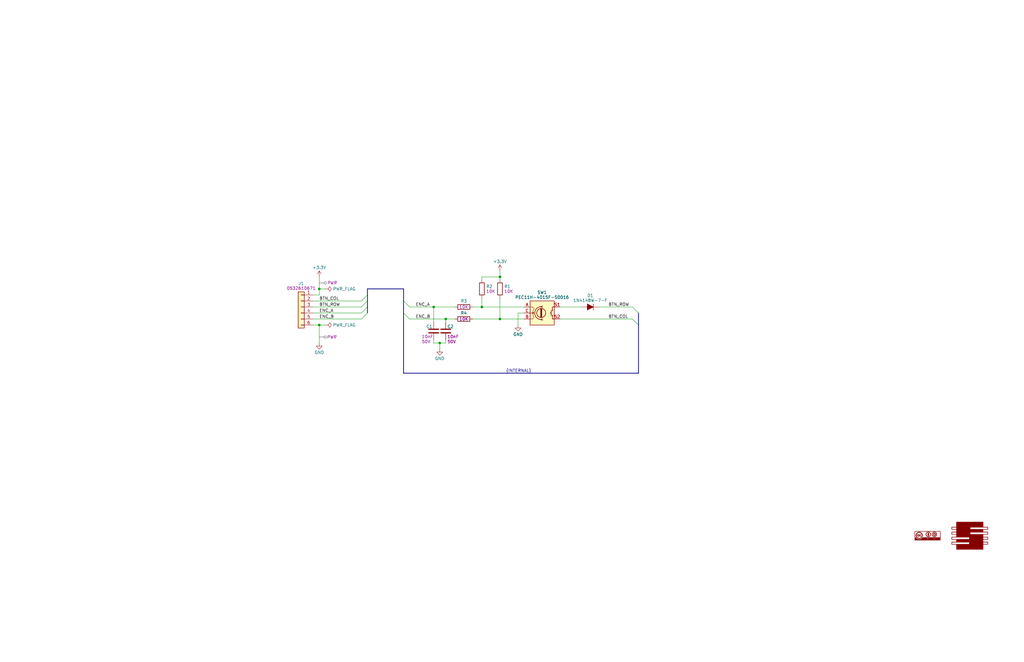
<source format=kicad_sch>
(kicad_sch (version 20230121) (generator eeschema)
  (paper "USLedger")
  (title_block (title "DIY GT Wheel Encoder Board") (date "2023-06-30") (rev "1.0a") (company "Electronya") (comment 1 "ENYA-SIMR-GTWL-PCEN"))
  (lib_symbols
    (symbol "ENYA_Bitmap:CC-BY-SA_Logo" (pin_names (offset 1.016)) (in_bom no)
      (symbol "CC-BY-SA_Logo_0_0"
        (polyline (pts (xy 0.0762 -1.2446) (xy 0.0762 -1.2192) (xy 0.0254 -1.1684) (xy -0.1524 -1.1684) (xy -0.1524 -1.2954) (xy 0.0254 -1.2954) (xy 0.0762 -1.2446)) (stroke (width 0.0254)) (fill (type outline)))
        (polyline (pts (xy 0.0762 -1.524) (xy 0.0762 -1.4986) (xy 0.1016 -1.4732) (xy 0.0508 -1.4224) (xy 0.0508 -1.397) (xy -0.1524 -1.397) (xy -0.1524 -1.5494) (xy 0.0508 -1.5494) (xy 0.0762 -1.524)) (stroke (width 0.0254)) (fill (type outline)))
        (polyline (pts (xy 3.0734 -1.4224) (xy 3.0988 -1.4224) (xy 3.0988 -1.3716) (xy 3.0734 -1.3462) (xy 3.0734 -1.3208) (xy 3.048 -1.2192) (xy 2.9972 -1.3208) (xy 2.9972 -1.3716) (xy 2.9718 -1.397) (xy 2.9718 -1.4224) (xy 2.9972 -1.4224) (xy 3.048 -1.4478) (xy 3.0734 -1.4224)) (stroke (width 0.0254)) (fill (type outline)))
        (polyline (pts (xy 0.4064 0.9906) (xy 0.4318 1.0414) (xy 0.4572 1.0668) (xy 0.4572 1.1176) (xy 0.4318 1.143) (xy 0.4064 1.1938) (xy 0.381 1.2192) (xy 0.3302 1.2446) (xy 0.254 1.2446) (xy 0.2032 1.1938) (xy 0.1778 1.143) (xy 0.1524 1.1176) (xy 0.1524 1.0668) (xy 0.1778 1.016) (xy 0.254 0.9398) (xy 0.3556 0.9398) (xy 0.4064 0.9906)) (stroke (width 0.0254)) (fill (type outline)))
        (polyline (pts (xy 0.4318 0.381) (xy 0.5334 0.381) (xy 0.5334 0.4064) (xy 0.5588 0.4064) (xy 0.5588 0.5842) (xy 0.5842 0.6604) (xy 0.5842 0.8636) (xy 0.5588 0.8636) (xy 0.5334 0.889) (xy 0.0254 0.889) (xy 0.0254 0.8636) (xy 0 0.8636) (xy 0 0.4064) (xy 0.0508 0.381) (xy 0.127 0.381) (xy 0.127 -0.127) (xy 0.4318 -0.127) (xy 0.4318 0.381)) (stroke (width 0.0254)) (fill (type outline)))
        (polyline (pts (xy -3.7084 -0.2794) (xy -3.556 -0.127) (xy -3.556 -0.1016) (xy -3.5814 -0.0762) (xy -3.6068 -0.0762) (xy -3.6322 -0.0508) (xy -3.683 -0.0254) (xy -3.7084 -0.0254) (xy -3.7338 0) (xy -3.7338 -0.0254) (xy -3.7592 -0.0508) (xy -3.7846 -0.1016) (xy -3.81 -0.1016) (xy -3.8608 -0.127) (xy -3.9624 -0.127) (xy -4.0132 -0.0762) (xy -4.0386 -0.0254) (xy -4.064 0) (xy -4.064 0.3048) (xy -4.0386 0.3048) (xy -4.0132 0.3302) (xy -4.0132 0.3556) (xy -3.9878 0.3556) (xy -3.9624 0.381) (xy -3.81 0.381) (xy -3.81 0.3556) (xy -3.7846 0.3556) (xy -3.7592 0.3302) (xy -3.7592 0.3048) (xy -3.7338 0.2794) (xy -3.6576 0.3048) (xy -3.6322 0.3302) (xy -3.6068 0.3302) (xy -3.5814 0.3556) (xy -3.556 0.3556) (xy -3.5814 0.381) (xy -3.5814 0.4064) (xy -3.6576 0.4826) (xy -3.7338 0.5334) (xy -3.81 0.5588) (xy -3.9624 0.5588) (xy -4.1148 0.508) (xy -4.1402 0.508) (xy -4.2672 0.381) (xy -4.2926 0.3302) (xy -4.3434 0.1778) (xy -4.3434 0.0762) (xy -4.2672 -0.1524) (xy -4.1656 -0.254) (xy -4.0894 -0.3048) (xy -4.0132 -0.3048) (xy -3.937 -0.3302) (xy -3.8608 -0.3302) (xy -3.7084 -0.2794)) (stroke (width 0.0254)) (fill (type outline)))
        (polyline (pts (xy -2.8956 -0.2794) (xy -2.7432 -0.127) (xy -2.7432 -0.1016) (xy -2.7686 -0.0762) (xy -2.794 -0.0762) (xy -2.8194 -0.0508) (xy -2.8702 -0.0254) (xy -2.8956 -0.0254) (xy -2.921 0) (xy -2.921 -0.0254) (xy -2.9464 -0.0508) (xy -2.9718 -0.1016) (xy -2.9972 -0.1016) (xy -3.048 -0.127) (xy -3.1496 -0.127) (xy -3.2004 -0.0762) (xy -3.2258 -0.0254) (xy -3.2512 0) (xy -3.2512 0.3048) (xy -3.2258 0.3048) (xy -3.2004 0.3302) (xy -3.2004 0.3556) (xy -3.175 0.3556) (xy -3.1496 0.381) (xy -2.9972 0.381) (xy -2.9972 0.3556) (xy -2.9718 0.3556) (xy -2.9464 0.3302) (xy -2.9464 0.3048) (xy -2.921 0.2794) (xy -2.8448 0.3302) (xy -2.7432 0.3556) (xy -2.8194 0.4318) (xy -2.8448 0.4826) (xy -2.8956 0.508) (xy -2.921 0.508) (xy -2.9718 0.5334) (xy -3.0734 0.5588) (xy -3.2258 0.5588) (xy -3.302 0.508) (xy -3.3528 0.508) (xy -3.4036 0.4572) (xy -3.4544 0.381) (xy -3.4798 0.3302) (xy -3.5052 0.254) (xy -3.5306 0.1524) (xy -3.5306 0.0762) (xy -3.4544 -0.1524) (xy -3.3528 -0.254) (xy -3.2766 -0.3048) (xy -3.2004 -0.3048) (xy -3.1242 -0.3302) (xy -3.048 -0.3302) (xy -2.8956 -0.2794)) (stroke (width 0.0254)) (fill (type outline)))
        (polyline (pts (xy 3.1242 0.0508) (xy 3.175 0.1016) (xy 3.2512 0.1524) (xy 3.3528 0.3048) (xy 3.3782 0.4064) (xy 3.3782 0.6858) (xy 3.3528 0.762) (xy 3.3274 0.8128) (xy 3.302 0.889) (xy 3.175 1.016) (xy 3.0988 1.0668) (xy 2.9972 1.0922) (xy 2.9464 1.1176) (xy 2.7686 1.1176) (xy 2.7178 1.0922) (xy 2.667 1.0922) (xy 2.5908 1.0414) (xy 2.4892 0.9398) (xy 2.4384 0.8636) (xy 2.413 0.762) (xy 2.3876 0.7112) (xy 2.3114 0.7112) (xy 2.5146 0.508) (xy 2.7178 0.7112) (xy 2.6416 0.7112) (xy 2.6416 0.7366) (xy 2.667 0.762) (xy 2.6924 0.8128) (xy 2.7432 0.8636) (xy 2.7686 0.8636) (xy 2.7686 0.889) (xy 2.9718 0.889) (xy 2.9718 0.8636) (xy 2.9972 0.8636) (xy 3.048 0.8128) (xy 3.0988 0.7112) (xy 3.0988 0.6858) (xy 3.1242 0.6604) (xy 3.1242 0.4572) (xy 3.0988 0.4064) (xy 3.0988 0.381) (xy 3.048 0.2794) (xy 2.9972 0.2286) (xy 2.9464 0.2032) (xy 2.794 0.2032) (xy 2.6924 0.254) (xy 2.667 0.2794) (xy 2.6416 0.3556) (xy 2.6416 0.381) (xy 2.3876 0.381) (xy 2.3876 0.3302) (xy 2.413 0.2794) (xy 2.5146 0.127) (xy 2.5654 0.0762) (xy 2.6416 0.0254) (xy 2.7178 0) (xy 3.0226 0) (xy 3.1242 0.0508)) (stroke (width 0.0254)) (fill (type outline)))
        (polyline (pts (xy 0.5588 -0.4572) (xy 0.6858 -0.4318) (xy 0.8128 -0.3556) (xy 0.9144 -0.3048) (xy 1.016 -0.2286) (xy 1.1684 -0.0254) (xy 1.2954 0.2286) (xy 1.3208 0.3556) (xy 1.3462 0.508) (xy 1.3462 0.635) (xy 1.2954 0.889) (xy 1.2446 0.9906) (xy 1.1938 1.1176) (xy 1.1176 1.2192) (xy 1.0922 1.2446) (xy 0.9906 1.3208) (xy 0.889 1.4224) (xy 0.7874 1.4732) (xy 0.6858 1.5494) (xy 0.5842 1.5748) (xy 0.508 1.6002) (xy 0.127 1.6002) (xy 0.0254 1.5748) (xy -0.1016 1.5494) (xy -0.2032 1.4986) (xy -0.2286 1.4732) (xy -0.3048 1.4224) (xy -0.381 1.3462) (xy -0.4572 1.2954) (xy -0.5334 1.2192) (xy -0.5842 1.143) (xy -0.635 1.016) (xy -0.6858 0.9144) (xy -0.7366 0.7874) (xy -0.762 0.6604) (xy -0.762 0.5334) (xy -0.7366 0.4064) (xy -0.7366 0.3556) (xy -0.5588 0.3556) (xy -0.5588 0.7366) (xy -0.5334 0.7874) (xy -0.508 0.889) (xy -0.4318 1.016) (xy -0.381 1.0922) (xy -0.254 1.2192) (xy -0.1778 1.27) (xy -0.0762 1.3462) (xy 0.0508 1.397) (xy 0.1524 1.4224) (xy 0.381 1.4224) (xy 0.5842 1.3716) (xy 0.6604 1.3462) (xy 0.762 1.2954) (xy 0.8382 1.2446) (xy 0.9144 1.1684) (xy 1.0668 0.9398) (xy 1.1176 0.8382) (xy 1.143 0.762) (xy 1.143 0.4064) (xy 1.1176 0.2794) (xy 1.016 0.0762) (xy 0.9398 -0.0254) (xy 0.8636 -0.1016) (xy 0.8128 -0.127) (xy 0.7366 -0.1778) (xy 0.5334 -0.2794) (xy 0.4318 -0.3048) (xy 0.1524 -0.3048) (xy 0.0762 -0.2794) (xy -0.0254 -0.254) (xy -0.127 -0.2032) (xy -0.2286 -0.127) (xy -0.4064 0.0508) (xy -0.5588 0.3556) (xy -0.7366 0.3556) (xy -0.7366 0.3048) (xy -0.635 0.0508) (xy -0.5842 -0.0508) (xy -0.4064 -0.2286) (xy -0.3556 -0.254) (xy -0.3302 -0.3048) (xy -0.127 -0.4064) (xy 0 -0.4572) (xy 0.1016 -0.4826) (xy 0.5334 -0.4826) (xy 0.5588 -0.4572)) (stroke (width 0.0254)) (fill (type outline)))
        (polyline (pts (xy 3.1496 -0.4572) (xy 3.2512 -0.4318) (xy 3.3782 -0.3556) (xy 3.4798 -0.3048) (xy 3.5814 -0.2286) (xy 3.81 0.0762) (xy 3.8608 0.1778) (xy 3.8608 0.2286) (xy 3.8862 0.3556) (xy 3.9116 0.508) (xy 3.9116 0.635) (xy 3.8608 0.889) (xy 3.81 0.9906) (xy 3.7592 1.1176) (xy 3.683 1.2192) (xy 3.4798 1.4224) (xy 3.3782 1.4732) (xy 3.2512 1.5494) (xy 3.1496 1.5748) (xy 3.0734 1.6002) (xy 2.7178 1.6002) (xy 2.4638 1.5494) (xy 2.3622 1.4986) (xy 2.3368 1.4732) (xy 2.2606 1.4224) (xy 2.1844 1.3462) (xy 2.1082 1.2954) (xy 2.032 1.2192) (xy 1.9812 1.143) (xy 1.9304 1.016) (xy 1.8796 0.9144) (xy 1.8288 0.6604) (xy 1.8288 0.4064) (xy 2.0066 0.4064) (xy 2.0066 0.6604) (xy 2.032 0.762) (xy 2.0574 0.889) (xy 2.1082 0.9906) (xy 2.159 1.0668) (xy 2.3368 1.2446) (xy 2.4384 1.3208) (xy 2.54 1.3716) (xy 2.667 1.397) (xy 2.6924 1.397) (xy 2.7686 1.4224) (xy 2.9972 1.4224) (xy 3.048 1.397) (xy 3.0734 1.397) (xy 3.175 1.3716) (xy 3.2766 1.3208) (xy 3.4798 1.1684) (xy 3.5052 1.1176) (xy 3.5814 1.0414) (xy 3.6322 0.9398) (xy 3.6576 0.8382) (xy 3.7084 0.7366) (xy 3.7084 0.4064) (xy 3.6322 0.1778) (xy 3.6068 0.1524) (xy 3.4544 -0.0762) (xy 3.3782 -0.127) (xy 3.2766 -0.2032) (xy 3.175 -0.254) (xy 3.0734 -0.2794) (xy 3.0226 -0.3048) (xy 2.6924 -0.3048) (xy 2.6416 -0.2794) (xy 2.54 -0.254) (xy 2.4384 -0.2032) (xy 2.3368 -0.127) (xy 2.2606 -0.0508) (xy 2.1844 0) (xy 2.032 0.3048) (xy 2.0066 0.4064) (xy 1.8288 0.4064) (xy 1.8542 0.3048) (xy 1.8796 0.1778) (xy 1.9304 0.0508) (xy 2.0066 -0.0508) (xy 2.032 -0.0762) (xy 2.0574 -0.127) (xy 2.159 -0.2286) (xy 2.2098 -0.254) (xy 2.2606 -0.3048) (xy 2.3368 -0.3556) (xy 2.4638 -0.4064) (xy 2.5654 -0.4572) (xy 2.667 -0.4826) (xy 3.0988 -0.4826) (xy 3.1496 -0.4572)) (stroke (width 0.0254)) (fill (type outline)))
        (polyline (pts (xy -3.175 -1.2446) (xy -3.0226 -1.1938) (xy -2.8956 -1.143) (xy -2.7686 -1.0668) (xy -2.6416 -0.9652) (xy -2.54 -0.8636) (xy -2.4638 -0.762) (xy -2.3622 -0.635) (xy -2.286 -0.508) (xy -2.2352 -0.381) (xy -2.1844 -0.2286) (xy -2.159 -0.1016) (xy -2.1336 -0.0508) (xy -2.1336 0.3048) (xy -2.159 0.3556) (xy -2.159 0.4064) (xy -2.1844 0.5588) (xy -2.2352 0.6858) (xy -2.4638 1.0668) (xy -2.667 1.27) (xy -2.8956 1.4224) (xy -2.9464 1.4224) (xy -3.2004 1.524) (xy -3.3274 1.5494) (xy -3.683 1.5494) (xy -3.9878 1.4986) (xy -4.1148 1.4478) (xy -4.2418 1.3716) (xy -4.3434 1.3208) (xy -4.4704 1.2192) (xy -4.6736 1.016) (xy -4.7498 0.9144) (xy -4.8006 0.7874) (xy -4.826 0.762) (xy -4.8768 0.6604) (xy -4.9022 0.5588) (xy -4.953 0.3048) (xy -4.953 0.0254) (xy -4.699 0.0254) (xy -4.699 0.254) (xy -4.6736 0.381) (xy -4.6482 0.4826) (xy -4.5974 0.6096) (xy -4.5466 0.7112) (xy -4.4704 0.8128) (xy -4.445 0.8636) (xy -4.2926 1.016) (xy -4.2418 1.0414) (xy -4.1656 1.1176) (xy -4.064 1.1684) (xy -3.937 1.2446) (xy -3.81 1.27) (xy -3.6576 1.2954) (xy -3.3528 1.2954) (xy -3.2258 1.27) (xy -2.9718 1.1684) (xy -2.8702 1.0922) (xy -2.7432 0.9906) (xy -2.667 0.889) (xy -2.5654 0.7874) (xy -2.5146 0.6604) (xy -2.4638 0.5588) (xy -2.413 0.4064) (xy -2.3876 0.2794) (xy -2.3876 -0.0762) (xy -2.4384 -0.2032) (xy -2.4638 -0.3302) (xy -2.54 -0.4572) (xy -2.6924 -0.6604) (xy -2.7432 -0.7112) (xy -2.9464 -0.8636) (xy -3.0734 -0.9144) (xy -3.175 -0.9652) (xy -3.302 -1.016) (xy -3.683 -1.016) (xy -3.937 -0.9652) (xy -4.0386 -0.9144) (xy -4.1656 -0.8382) (xy -4.2672 -0.762) (xy -4.4704 -0.5588) (xy -4.5466 -0.4572) (xy -4.5974 -0.3302) (xy -4.6482 -0.2286) (xy -4.699 0.0254) (xy -4.953 0.0254) (xy -4.953 -0.1524) (xy -4.9022 -0.3048) (xy -4.8514 -0.4318) (xy -4.7752 -0.5842) (xy -4.699 -0.7112) (xy -4.445 -0.9652) (xy -4.064 -1.1938) (xy -3.9116 -1.2446) (xy -3.7846 -1.27) (xy -3.302 -1.27) (xy -3.175 -1.2446)) (stroke (width 0.0254)) (fill (type outline)))
        (polyline (pts (xy 5.4102 1.8034) (xy 5.334 1.8796) (xy 5.2832 1.905) (xy -5.2832 1.905) (xy -5.3086 1.8796) (xy -5.3594 1.8542) (xy -5.3848 1.8034) (xy -5.4102 1.778) (xy -5.4102 -0.762) (xy -5.334 -0.762) (xy -5.334 1.7272) (xy -5.3086 1.7526) (xy -5.3086 1.8034) (xy -5.2832 1.8288) (xy 5.2578 1.8288) (xy 5.2578 1.8034) (xy 5.2832 1.8034) (xy 5.2832 1.778) (xy 5.3086 1.778) (xy 5.3086 -0.762) (xy -2.1336 -0.762) (xy -2.2352 -0.9144) (xy -2.3368 -1.0414) (xy -2.4638 -1.1684) (xy -2.5908 -1.27) (xy -2.8448 -1.4224) (xy -2.9972 -1.4986) (xy -3.175 -1.5494) (xy -3.2004 -1.5494) (xy -3.2512 -1.5748) (xy -3.81 -1.5748) (xy -3.8608 -1.5494) (xy -3.8862 -1.5494) (xy -4.191 -1.4478) (xy -4.3434 -1.3716) (xy -4.4704 -1.2954) (xy -4.5974 -1.1938) (xy -4.699 -1.0922) (xy -4.9022 -0.8382) (xy -4.953 -0.762) (xy -5.334 -0.762) (xy -5.4102 -0.762) (xy -5.4102 -1.6764) (xy -0.3048 -1.6764) (xy -0.3048 -1.0668) (xy 0.0762 -1.0668) (xy 0.254 -1.0668) (xy 0.381 -1.0668) (xy 0.4572 -1.1684) (xy 0.4572 -1.1938) (xy 0.508 -1.2446) (xy 0.508 -1.27) (xy 0.5334 -1.27) (xy 0.5588 -1.2446) (xy 0.5842 -1.1938) (xy 0.6096 -1.1684) (xy 0.6604 -1.0668) (xy 0.8128 -1.0668) (xy 0.7874 -1.0922) (xy 0.7874 -1.1176) (xy 0.762 -1.143) (xy 0.7366 -1.1938) (xy 0.7112 -1.2192) (xy 0.6858 -1.27) (xy 0.5842 -1.4224) (xy 0.5842 -1.4986) (xy 2.2098 -1.4986) (xy 2.3622 -1.4986) (xy 2.3622 -1.524) (xy 2.3876 -1.524) (xy 2.3876 -1.5494) (xy 2.413 -1.5748) (xy 2.4384 -1.5748) (xy 2.4638 -1.6002) (xy 2.54 -1.6002) (xy 2.5908 -1.5494) (xy 2.5908 -1.4732) (xy 2.5654 -1.4732) (xy 2.5146 -1.4478) (xy 2.4638 -1.4478) (xy 2.413 -1.4224) (xy 2.3622 -1.4224) (xy 2.3114 -1.397) (xy 2.286 -1.3462) (xy 2.2606 -1.3208) (xy 2.2606 -1.1684) (xy 2.3622 -1.0668) (xy 2.4384 -1.0668) (xy 2.5146 -1.0414) (xy 2.6162 -1.0922) (xy 2.6416 -1.1176) (xy 2.667 -1.1176) (xy 2.667 -1.143) (xy 2.7178 -1.1938) (xy 2.7178 -1.2446) (xy 2.5908 -1.2446) (xy 2.5908 -1.2192) (xy 2.5654 -1.1938) (xy 2.5654 -1.1684) (xy 2.413 -1.1684) (xy 2.3876 -1.1938) (xy 2.3876 -1.27) (xy 2.4384 -1.2954) (xy 2.4638 -1.3208) (xy 2.54 -1.3208) (xy 2.6162 -1.3462) (xy 2.6416 -1.3716) (xy 2.6924 -1.397) (xy 2.7178 -1.4224) (xy 2.7178 -1.6002) (xy 2.667 -1.651) (xy 2.7432 -1.651) (xy 2.7686 -1.6256) (xy 2.7686 -1.6002) (xy 2.8194 -1.4986) (xy 2.8194 -1.4224) (xy 2.8448 -1.3462) (xy 2.9718 -1.0668) (xy 3.1242 -1.0668) (xy 3.2512 -1.4478) (xy 3.302 -1.5494) (xy 3.302 -1.6002) (xy 3.3274 -1.6256) (xy 3.3274 -1.651) (xy 3.302 -1.651) (xy 3.2766 -1.6764) (xy 3.2004 -1.6764) (xy 3.175 -1.6256) (xy 3.175 -1.5748) (xy 3.1496 -1.5494) (xy 3.1496 -1.524) (xy 2.921 -1.524) (xy 2.8702 -1.6764) (xy 2.8194 -1.6764) (xy 2.794 -1.651) (xy 2.7432 -1.651) (xy 2.667 -1.651) (xy 2.6416 -1.651) (xy 2.6162 -1.6764) (xy 2.3368 -1.6764) (xy 2.2352 -1.5748) (xy 2.2352 -1.5494) (xy 2.2098 -1.4986) (xy 0.5842 -1.4986) (xy 0.5842 -1.6764) (xy 0.4572 -1.6764) (xy 0.4572 -1.4224) (xy 0.4318 -1.397) (xy 0.4318 -1.3716) (xy 0.381 -1.3208) (xy 0.3556 -1.27) (xy 0.3302 -1.1938) (xy 0.2794 -1.1176) (xy 0.254 -1.0668) (xy 0.0762 -1.0668) (xy 0.1016 -1.0922) (xy 0.127 -1.0922) (xy 0.1778 -1.143) (xy 0.1778 -1.2446) (xy 0.1524 -1.27) (xy 0.1524 -1.3208) (xy 0.127 -1.3208) (xy 0.1016 -1.3462) (xy 0.127 -1.3716) (xy 0.1524 -1.3716) (xy 0.1778 -1.397) (xy 0.1778 -1.4224) (xy 0.2032 -1.4732) (xy 0.2032 -1.5748) (xy 0.127 -1.651) (xy 0.0762 -1.651) (xy 0.0762 -1.6764) (xy -0.3048 -1.6764) (xy -5.4102 -1.6764) (xy -5.4102 -1.8796) (xy -5.3594 -1.8796) (xy -5.334 -1.905) (xy 5.4102 -1.905) (xy 5.4102 1.8034)) (stroke (width 0.0254)) (fill (type outline)))
      )
    )
    (symbol "ENYA_Bitmap:Electronya_Logo" (pin_names (offset 1.016))
      (symbol "Electronya_Logo_0_0"
        (polyline (pts (xy 5.6388 -3.7084) (xy 7.6708 -3.7084) (xy 7.6708 -2.6416) (xy 5.6388 -2.6416) (xy 5.6388 -1.6256) (xy 7.6708 -1.6256) (xy 7.6708 -0.5588) (xy 5.6388 -0.5588) (xy 5.6388 0.508) (xy 7.6708 0.508) (xy 7.6708 1.5748) (xy 5.6388 1.5748) (xy 5.6388 2.5908) (xy 7.6708 2.5908) (xy 7.6708 3.6576) (xy 5.6388 3.6576) (xy 5.6388 5.7912) (xy -5.6388 5.7912) (xy -5.6388 3.6576) (xy -7.6708 3.6576) (xy -7.6708 2.7432) (xy -7.5184 2.7432) (xy -7.5184 3.5052) (xy -5.6388 3.5052) (xy -5.6388 2.7432) (xy 0.254 2.7432) (xy 0.254 3.5052) (xy 7.5184 3.5052) (xy 7.5184 2.7432) (xy 0.254 2.7432) (xy -5.6388 2.7432) (xy -7.5184 2.7432) (xy -7.6708 2.7432) (xy -7.6708 2.5908) (xy -5.6388 2.5908) (xy -5.6388 1.5748) (xy -7.6708 1.5748) (xy -7.6708 0.6096) (xy -7.5184 0.6096) (xy -7.5184 1.4224) (xy -5.6388 1.4224) (xy -5.6388 0.6096) (xy 0.254 0.6096) (xy 0.254 1.4224) (xy 7.5184 1.4224) (xy 7.5184 0.6096) (xy 0.254 0.6096) (xy -5.6388 0.6096) (xy -7.5184 0.6096) (xy -7.6708 0.6096) (xy -7.6708 0.508) (xy -5.6388 0.508) (xy -5.6388 -0.5588) (xy -7.6708 -0.5588) (xy -7.6708 -1.4732) (xy -7.5184 -1.4732) (xy -7.5184 -0.6604) (xy -0.254 -0.6604) (xy -0.254 -1.4732) (xy 5.6388 -1.4732) (xy 5.6388 -0.6604) (xy 7.5184 -0.6604) (xy 7.5184 -1.4732) (xy 5.6388 -1.4732) (xy -0.254 -1.4732) (xy -7.5184 -1.4732) (xy -7.6708 -1.4732) (xy -7.6708 -1.6256) (xy -5.6388 -1.6256) (xy -5.6388 -2.6416) (xy -7.6708 -2.6416) (xy -7.6708 -3.556) (xy -7.5184 -3.556) (xy -7.5184 -2.794) (xy -0.254 -2.794) (xy -0.254 -3.556) (xy 5.6388 -3.556) (xy 5.6388 -2.794) (xy 7.5184 -2.794) (xy 7.5184 -3.556) (xy 5.6388 -3.556) (xy -0.254 -3.556) (xy -7.5184 -3.556) (xy -7.6708 -3.556) (xy -7.6708 -3.7084) (xy -5.6388 -3.7084) (xy -5.6388 -5.842) (xy 5.6388 -5.842) (xy 5.6388 -3.7084)) (stroke (width 0.0254)) (fill (type outline)))
      )
    )
    (symbol "ENYA_Cap_Smd_50V:10nF_CER_0603_50V" (pin_numbers hide) (pin_names (offset 0.254))
      (property "Reference" "C" (at 0.635 2.54 0))
      (property "Capacitance" "10nF" (at 3.81 -2.54 0))
      (property "Voltage Rating" "50V" (at 0 0 0))
      (symbol "10nF_CER_0603_50V_0_1"
        (polyline (pts (xy -2.032 -0.762) (xy 2.032 -0.762)) (stroke (width 0.508)))
        (polyline (pts (xy -2.032 0.762) (xy 2.032 0.762)) (stroke (width 0.508)))
      )
      (symbol "10nF_CER_0603_50V_1_1"
        (pin passive line (at 0 3.81 270) (length 2.794) (name "~") (number "1"))
        (pin passive line (at 0 -3.81 90) (length 2.794) (name "~") (number "2"))
      )
    )
    (symbol "ENYA_Connector_PicoBlade:PICO_BLADE_1x6_MALE_RA_SMD" (pin_names (offset 1.016) hide)
      (property "Reference" "J" (at 0 7.62 0))
      (property "Manufacturer Part Number" "0532610671" (at 0 0 0))
      (symbol "PICO_BLADE_1x6_MALE_RA_SMD_1_1"
        (rectangle (start -1.27 -7.493) (end 0 -7.747) (stroke (width 0.1524)))
        (rectangle (start -1.27 -4.953) (end 0 -5.207) (stroke (width 0.1524)))
        (rectangle (start -1.27 -2.413) (end 0 -2.667) (stroke (width 0.1524)))
        (rectangle (start -1.27 0.127) (end 0 -0.127) (stroke (width 0.1524)))
        (rectangle (start -1.27 2.667) (end 0 2.413) (stroke (width 0.1524)))
        (rectangle (start -1.27 5.207) (end 0 4.953) (stroke (width 0.1524)))
        (rectangle (start -1.27 6.35) (end 1.27 -8.89) (stroke (width 0.254)) (fill (type background)))
        (pin passive line (at -5.08 5.08 0) (length 3.81) (name "Pin_1") (number "1"))
        (pin passive line (at -5.08 2.54 0) (length 3.81) (name "Pin_2") (number "2"))
        (pin passive line (at -5.08 0 0) (length 3.81) (name "Pin_3") (number "3"))
        (pin passive line (at -5.08 -2.54 0) (length 3.81) (name "Pin_4") (number "4"))
        (pin passive line (at -5.08 -5.08 0) (length 3.81) (name "Pin_5") (number "5"))
        (pin passive line (at -5.08 -7.62 0) (length 3.81) (name "Pin_6") (number "6"))
      )
    )
    (symbol "ENYA_Diode_Rectifier:1N4148W-7-F_SOD-123" (pin_numbers hide) (pin_names (offset 1.016) hide)
      (property "Reference" "D" (at 0 2.54 0))
      (property "Value" "1N4148W-7-F" (at 0 -2.54 0))
      (symbol "1N4148W-7-F_SOD-123_0_1"
        (polyline (pts (xy -1.27 1.27) (xy -1.27 -1.27)) (stroke (width 0.2032)))
        (polyline (pts (xy 1.27 1.27) (xy 1.27 -1.27) (xy -1.27 0) (xy 1.27 1.27)) (stroke (width 0.2032)) (fill (type outline)))
      )
      (symbol "1N4148W-7-F_SOD-123_1_1"
        (pin passive line (at -3.81 0 0) (length 2.54) (name "K") (number "1"))
        (pin passive line (at 3.81 0 180) (length 2.54) (name "A") (number "2"))
      )
    )
    (symbol "ENYA_Encoder:PEC11H-4015F-S0016" (pin_names (offset 0.254) hide)
      (property "Reference" "SW" (at 0 6.604 0))
      (property "Value" "PEC11H-4015F-S0016" (at 0 -6.604 0))
      (symbol "PEC11H-4015F-S0016_0_1"
        (rectangle (start -5.08 5.08) (end 5.08 -5.08) (stroke (width 0.254)) (fill (type background)))
        (circle (center -3.81 0) (radius 0.254) (fill (type outline)))
        (circle (center -0.381 0) (radius 1.905) (stroke (width 0.254)))
        (arc (start -0.381 2.667) (mid -3.0988 -0.0635) (end -0.381 -2.794) (stroke (width 0.254)))
        (polyline (pts (xy -0.635 -1.778) (xy -0.635 1.778)) (stroke (width 0.254)))
        (polyline (pts (xy -0.381 -1.778) (xy -0.381 1.778)) (stroke (width 0.254)))
        (polyline (pts (xy -0.127 1.778) (xy -0.127 -1.778)) (stroke (width 0.254)))
        (polyline (pts (xy 3.81 0) (xy 3.429 0)) (stroke (width 0.254)))
        (polyline (pts (xy 3.81 1.016) (xy 3.81 -1.016)) (stroke (width 0.254)))
        (polyline (pts (xy -5.08 -2.54) (xy -3.81 -2.54) (xy -3.81 -2.032)))
        (polyline (pts (xy -5.08 2.54) (xy -3.81 2.54) (xy -3.81 2.032)))
        (polyline (pts (xy 0.254 -3.048) (xy -0.508 -2.794) (xy 0.127 -2.413)) (stroke (width 0.254)))
        (polyline (pts (xy 0.254 2.921) (xy -0.508 2.667) (xy 0.127 2.286)) (stroke (width 0.254)))
        (polyline (pts (xy 5.08 -2.54) (xy 4.318 -2.54) (xy 4.318 -1.016)) (stroke (width 0.254)))
        (polyline (pts (xy 5.08 2.54) (xy 4.318 2.54) (xy 4.318 1.016)) (stroke (width 0.254)))
        (polyline (pts (xy -5.08 0) (xy -3.81 0) (xy -3.81 -1.016) (xy -3.302 -2.032)))
        (polyline (pts (xy -4.318 0) (xy -3.81 0) (xy -3.81 1.016) (xy -3.302 2.032)))
        (circle (center 4.318 -1.016) (radius 0.127) (stroke (width 0.254)))
        (circle (center 4.318 1.016) (radius 0.127) (stroke (width 0.254)))
      )
      (symbol "PEC11H-4015F-S0016_1_1"
        (pin passive line (at -7.62 2.54 0) (length 2.54) (name "A") (number "A"))
        (pin passive line (at -7.62 -2.54 0) (length 2.54) (name "B") (number "B"))
        (pin passive line (at -7.62 0 0) (length 2.54) (name "C") (number "C"))
        (pin passive line (at 7.62 2.54 180) (length 2.54) (name "S1") (number "S1"))
        (pin passive line (at 7.62 -2.54 180) (length 2.54) (name "S2") (number "S2"))
      )
    )
    (symbol "ENYA_Res_Smd_100mW:10K_0603_100MW" (pin_numbers hide) (pin_names (offset 0))
      (property "Reference" "R" (at 2.032 0 90))
      (property "Resistance" "10K" (at 0 0 90))
      (symbol "10K_0603_100MW_0_1"
        (rectangle (start -1.016 -2.54) (end 1.016 2.54) (stroke (width 0.254)))
      )
      (symbol "10K_0603_100MW_1_1"
        (pin passive line (at 0 3.81 270) (length 1.27) (name "~") (number "1"))
        (pin passive line (at 0 -3.81 90) (length 1.27) (name "~") (number "2"))
      )
    )
    (symbol "power:+3.3V" (power) (pin_names (offset 0))
      (property "Value" "+3.3V" (at 0 3.556 0))
      (symbol "+3.3V_0_1"
        (polyline (pts (xy -0.762 1.27) (xy 0 2.54)))
        (polyline (pts (xy 0 0) (xy 0 2.54)))
        (polyline (pts (xy 0 2.54) (xy 0.762 1.27)))
      )
      (symbol "+3.3V_1_1"
        (pin power_in line (at 0 0 90) (length 0) hide (name "+3.3V") (number "1"))
      )
    )
    (symbol "power:GND" (power) (pin_names (offset 0))
      (property "Value" "GND" (at 0 -3.81 0))
      (symbol "GND_0_1"
        (polyline (pts (xy 0 0) (xy 0 -1.27) (xy 1.27 -1.27) (xy 0 -2.54) (xy -1.27 -1.27) (xy 0 -1.27)))
      )
      (symbol "GND_1_1"
        (pin power_in line (at 0 0 270) (length 0) hide (name "GND") (number "1"))
      )
    )
    (symbol "power:PWR_FLAG" (power) (pin_numbers hide) (pin_names (offset 0) hide)
      (property "Value" "PWR_FLAG" (at 0 3.81 0))
      (symbol "PWR_FLAG_0_0"
        (pin power_out line (at 0 0 90) (length 0) (name "pwr") (number "1"))
      )
      (symbol "PWR_FLAG_0_1"
        (polyline (pts (xy 0 0) (xy 0 1.27) (xy -1.016 1.905) (xy 0 2.54) (xy 1.016 1.905) (xy 0 1.27)))
      )
    )
  )
  (bus_alias "INTERNAL" (members "BTN_COL" "BTN_ROW" "ENC_A" "ENC_B"))
  (junction (at 210.82 116.84))
  (junction (at 134.62 121.92))
  (junction (at 203.2 129.54))
  (junction (at 185.42 144.78))
  (junction (at 187.96 134.62))
  (junction (at 210.82 134.62))
  (junction (at 182.88 129.54))
  (junction (at 134.62 137.16))
  (bus_entry (at 152.4 129.54) (size 2.54 -2.54))
  (bus_entry (at 152.4 134.62) (size 2.54 -2.54))
  (bus_entry (at 170.18 127) (size 2.54 2.54))
  (bus_entry (at 152.4 127) (size 2.54 -2.54))
  (bus_entry (at 266.7 129.54) (size 2.54 2.54))
  (bus_entry (at 170.18 132.08) (size 2.54 2.54))
  (bus_entry (at 266.7 134.62) (size 2.54 2.54))
  (bus_entry (at 152.4 132.08) (size 2.54 -2.54))
  (wire (pts (xy 199.39 134.62) (xy 210.82 134.62)))
  (wire (pts (xy 172.72 134.62) (xy 187.96 134.62)))
  (wire (pts (xy 210.82 116.84) (xy 210.82 118.11)))
  (wire (pts (xy 185.42 144.78) (xy 185.42 147.32)))
  (wire (pts (xy 132.08 132.08) (xy 152.4 132.08)))
  (wire (pts (xy 132.08 134.62) (xy 152.4 134.62)))
  (wire (pts (xy 203.2 129.54) (xy 220.98 129.54)))
  (bus (pts (xy 154.94 124.46) (xy 154.94 121.92)))
  (wire (pts (xy 182.88 144.78) (xy 185.42 144.78)))
  (wire (pts (xy 210.82 134.62) (xy 220.98 134.62)))
  (bus (pts (xy 154.94 129.54) (xy 154.94 127)))
  (wire (pts (xy 182.88 143.51) (xy 182.88 144.78)))
  (wire (pts (xy 199.39 129.54) (xy 203.2 129.54)))
  (wire (pts (xy 203.2 116.84) (xy 210.82 116.84)))
  (bus (pts (xy 170.18 121.92) (xy 170.18 127)))
  (wire (pts (xy 132.08 127) (xy 152.4 127)))
  (wire (pts (xy 132.08 129.54) (xy 152.4 129.54)))
  (wire (pts (xy 185.42 144.78) (xy 187.96 144.78)))
  (wire (pts (xy 132.08 137.16) (xy 134.62 137.16)))
  (wire (pts (xy 182.88 129.54) (xy 182.88 135.89)))
  (wire (pts (xy 218.44 132.08) (xy 218.44 137.16)))
  (wire (pts (xy 134.62 137.16) (xy 134.62 144.78)))
  (wire (pts (xy 210.82 125.73) (xy 210.82 134.62)))
  (wire (pts (xy 134.62 121.92) (xy 134.62 124.46)))
  (wire (pts (xy 236.22 134.62) (xy 266.7 134.62)))
  (wire (pts (xy 187.96 143.51) (xy 187.96 144.78)))
  (wire (pts (xy 220.98 132.08) (xy 218.44 132.08)))
  (bus (pts (xy 154.94 127) (xy 154.94 124.46)))
  (bus (pts (xy 170.18 127) (xy 170.18 132.08)))
  (wire (pts (xy 203.2 118.11) (xy 203.2 116.84)))
  (wire (pts (xy 182.88 129.54) (xy 191.77 129.54)))
  (wire (pts (xy 134.62 116.84) (xy 134.62 121.92)))
  (wire (pts (xy 203.2 125.73) (xy 203.2 129.54)))
  (bus (pts (xy 269.24 132.08) (xy 269.24 137.16)))
  (bus (pts (xy 269.24 137.16) (xy 269.24 157.48)))
  (wire (pts (xy 210.82 114.3) (xy 210.82 116.84)))
  (bus (pts (xy 170.18 132.08) (xy 170.18 157.48)))
  (wire (pts (xy 187.96 134.62) (xy 191.77 134.62)))
  (wire (pts (xy 187.96 134.62) (xy 187.96 135.89)))
  (wire (pts (xy 252.73 129.54) (xy 266.7 129.54)))
  (bus (pts (xy 170.18 157.48) (xy 269.24 157.48)))
  (wire (pts (xy 236.22 129.54) (xy 245.11 129.54)))
  (bus (pts (xy 154.94 121.92) (xy 170.18 121.92)))
  (bus (pts (xy 154.94 132.08) (xy 154.94 129.54)))
  (wire (pts (xy 172.72 129.54) (xy 182.88 129.54)))
  (wire (pts (xy 134.62 121.92) (xy 137.16 121.92)))
  (wire (pts (xy 134.62 137.16) (xy 137.16 137.16)))
  (wire (pts (xy 134.62 124.46) (xy 132.08 124.46)))
  (label "BTN_ROW" (at 134.62 129.54 0))
  (label "ENC_A" (at 175.26 129.54 0))
  (label "ENC_B" (at 175.26 134.62 0))
  (label "BTN_COL" (at 256.54 134.62 0))
  (label "BTN_ROW" (at 256.54 129.54 0))
  (label "ENC_A" (at 134.62 132.08 0))
  (label "BTN_COL" (at 134.62 127 0))
  (label "{INTERNAL}" (at 213.36 157.48 0))
  (label "ENC_B" (at 134.62 134.62 0))
  (netclass_flag "" (length 2.54) (shape round) (at 134.62 119.38 270) (property "Netclass" "PWR" (at 137.922 119.38 0) (effects (font italic) (justify left))))
  (netclass_flag "" (length 2.54) (shape round) (at 134.62 142.24 270) (property "Netclass" "PWR" (at 137.795 142.24 0) (effects (font italic) (justify left))))
  (symbol (lib_id "power:PWR_FLAG") (at 137.16 121.92 270) (unit 1)
    (property "Reference" "#FLG02" (effects hide))
    (property "Value" "PWR_FLAG" (at 140.335 121.92 90) (effects (justify left)))
  )
  (symbol (lib_id "power:+3.3V") (at 210.82 114.3 0) (unit 1)
    (property "Reference" "#PWR01" (effects hide))
    (property "Value" "+3.3V" (at 210.82 110.355 0))
  )
  (symbol (lib_id "ENYA_Diode_Rectifier:1N4148W-7-F_SOD-123") (at 248.92 129.54 180) (unit 1)
    (property "Reference" "D1" (at 248.92 124.7154 0))
    (property "Value" "1N4148W-7-F" (at 248.92 126.7634 0))
    (property "Footprint" "Diode_SMD:D_SOD-123" (effects hide))
    (property "Datasheet" "https://www.diodes.com/assets/Datasheets/ds30086.pdf" (effects hide))
    (property "Manufacturer" "Diodes Incorporated" (effects hide))
    (property "Manufacturer Part Number" "1N4148W-7-F" (effects hide))
    (property "Digi-Key Part Number" "1N4148W-FDICT-ND" (effects hide))
  )
  (symbol (lib_id "ENYA_Res_Smd_100mW:10K_0603_100MW") (at 210.82 121.92 0) (unit 1)
    (property "Reference" "R1" (at 212.598 120.896 0) (effects (justify left)))
    (property "Value" "10K_0603_100MW" (effects hide))
    (property "Footprint" "Resistor_SMD:R_0603_1608Metric" (effects hide))
    (property "Manufacturer" "Panasonic Electronic Components" (effects hide))
    (property "Manufacturer Part Number" "ERJ-3EKF1002V" (effects hide))
    (property "Digi-Key Part Number" "P10.0KHCT-ND" (effects hide))
    (property "Resistance" "10K" (at 212.598 122.944 0) (effects (justify left)))
  )
  (symbol (lib_id "ENYA_Cap_Smd_50V:10nF_CER_0603_50V") (at 182.88 139.7 0) (unit 1)
    (property "Reference" "C1" (at 179.705 137.795 0) (effects (justify left)))
    (property "Value" "10nF_CER_0603_50V" (effects hide))
    (property "Footprint" "Capacitor_SMD:C_0603_1608Metric" (effects hide))
    (property "Manufacturer" "KYOCERA AVX" (effects hide))
    (property "Manufacturer Part Number" "06035C103KAT2A" (effects hide))
    (property "Digi-Key Part Number" "478-1227-1-ND" (effects hide))
    (property "Capacitance" "10nF" (at 177.8 142.097 0) (effects (justify left)))
    (property "Voltage Rating" "50V" (at 177.8 144.145 0) (effects (justify left)))
  )
  (symbol (lib_id "ENYA_Res_Smd_100mW:10K_0603_100MW") (at 195.58 134.62 90) (unit 1)
    (property "Reference" "R4" (at 195.58 132.08 90))
    (property "Value" "10K_0603_100MW" (effects hide))
    (property "Footprint" "Resistor_SMD:R_0603_1608Metric" (effects hide))
    (property "Manufacturer" "Panasonic Electronic Components" (effects hide))
    (property "Manufacturer Part Number" "ERJ-3EKF1002V" (effects hide))
    (property "Digi-Key Part Number" "P10.0KHCT-ND" (effects hide))
    (property "Resistance" "10K" (at 195.58 134.62 90))
  )
  (symbol (lib_id "ENYA_Res_Smd_100mW:10K_0603_100MW") (at 195.58 129.54 90) (unit 1)
    (property "Reference" "R3" (at 195.58 127 90))
    (property "Value" "10K_0603_100MW" (effects hide))
    (property "Footprint" "Resistor_SMD:R_0603_1608Metric" (effects hide))
    (property "Manufacturer" "Panasonic Electronic Components" (effects hide))
    (property "Manufacturer Part Number" "ERJ-3EKF1002V" (effects hide))
    (property "Digi-Key Part Number" "P10.0KHCT-ND" (effects hide))
    (property "Resistance" "10K" (at 195.58 129.54 90))
  )
  (symbol (lib_id "ENYA_Bitmap:Electronya_Logo") (at 408.94 226.06 0) (unit 1)
    (property "Reference" "G1" (effects hide))
    (property "Value" "Electronya_Logo" (effects hide))
    (property "Footprint" "ENYA_Bitmap:Electronya_Logo_8MM" (effects hide))
  )
  (symbol (lib_id "power:+3.3V") (at 134.62 116.84 0) (unit 1)
    (property "Reference" "#PWR03" (effects hide))
    (property "Value" "+3.3V" (at 134.62 112.895 0))
  )
  (symbol (lib_id "power:GND") (at 134.62 144.78 0) (unit 1)
    (property "Reference" "#PWR04" (effects hide))
    (property "Value" "GND" (at 134.62 148.725 0))
  )
  (symbol (lib_id "ENYA_Connector_PicoBlade:PICO_BLADE_1x6_MALE_RA_SMD") (at 127 129.54 0) (mirror y) (unit 1)
    (property "Reference" "J1" (at 127 119.61 0))
    (property "Value" "PICO_BLADE_1x6_MALE_RA_SMD" (effects hide))
    (property "Footprint" "ENYA_Connector_PicoBlade:PICO_BLADE_53261_1x6_SMD_RA_1.25MM" (effects hide))
    (property "Datasheet" "https://tools.molex.com/pdm_docs/sd/532610671_sd.pdf" (effects hide))
    (property "Manufacturer" "Molex" (effects hide))
    (property "Manufacturer Part Number" "0532610671" (at 127 121.658 0))
    (property "Digi-Key Part Number" "WM7624CT-ND" (effects hide))
  )
  (symbol (lib_id "ENYA_Bitmap:CC-BY-SA_Logo") (at 391.16 226.06 0) (unit 1) (in_bom no)
    (property "Reference" "G2" (effects hide))
    (property "Value" "CC-BY-SA_Logo" (effects hide))
    (property "Footprint" "ENYA_Bitmap:CC-BY-SA_6MM" (effects hide))
  )
  (symbol (lib_id "ENYA_Encoder:PEC11H-4015F-S0016") (at 228.6 132.08 0) (unit 1)
    (property "Reference" "SW1" (at 228.6 123.42 0))
    (property "Value" "PEC11H-4015F-S0016" (at 228.6 125.468 0))
    (property "Footprint" "ENYA_Encoder:PEC11H_Switch_Vertical" (effects hide))
    (property "Datasheet" "https://www.bourns.com/docs/Product-Datasheets/PEC11H.pdf" (effects hide))
    (property "Manufacturer" "Bourns Inc." (effects hide))
    (property "Manufacturer Part Number " "PEC11H-4015F-S0016" (effects hide))
    (property "Digi-Key Part Number" "118-PEC11H-4015F-S0016-ND" (effects hide))
  )
  (symbol (lib_id "ENYA_Res_Smd_100mW:10K_0603_100MW") (at 203.2 121.92 0) (unit 1)
    (property "Reference" "R2" (at 204.978 120.896 0) (effects (justify left)))
    (property "Value" "10K_0603_100MW" (effects hide))
    (property "Footprint" "Resistor_SMD:R_0603_1608Metric" (effects hide))
    (property "Manufacturer" "Panasonic Electronic Components" (effects hide))
    (property "Manufacturer Part Number" "ERJ-3EKF1002V" (effects hide))
    (property "Digi-Key Part Number" "P10.0KHCT-ND" (effects hide))
    (property "Resistance" "10K" (at 204.978 122.944 0) (effects (justify left)))
  )
  (symbol (lib_id "ENYA_Cap_Smd_50V:10nF_CER_0603_50V") (at 187.96 139.7 0) (unit 1)
    (property "Reference" "C2" (at 188.595 137.795 0) (effects (justify left)))
    (property "Value" "10nF_CER_0603_50V" (effects hide))
    (property "Footprint" "Capacitor_SMD:C_0603_1608Metric" (effects hide))
    (property "Manufacturer" "KYOCERA AVX" (effects hide))
    (property "Manufacturer Part Number" "06035C103KAT2A" (effects hide))
    (property "Digi-Key Part Number" "478-1227-1-ND" (effects hide))
    (property "Capacitance" "10nF" (at 188.595 142.097 0) (effects (justify left)))
    (property "Voltage Rating" "50V" (at 188.595 144.145 0) (effects (justify left)))
  )
  (symbol (lib_id "power:GND") (at 218.44 137.16 0) (unit 1)
    (property "Reference" "#PWR06" (effects hide))
    (property "Value" "GND" (at 218.44 141.105 0))
  )
  (symbol (lib_id "power:GND") (at 185.42 147.32 0) (unit 1)
    (property "Reference" "#PWR02" (effects hide))
    (property "Value" "GND" (at 185.42 151.265 0))
  )
  (symbol (lib_id "power:PWR_FLAG") (at 137.16 137.16 270) (unit 1)
    (property "Reference" "#FLG01" (effects hide))
    (property "Value" "PWR_FLAG" (at 140.335 137.16 90) (effects (justify left)))
  )
)
</source>
